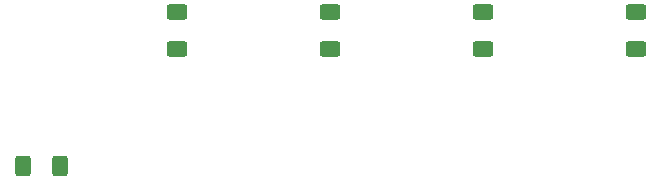
<source format=gbr>
%TF.GenerationSoftware,KiCad,Pcbnew,8.0.4*%
%TF.CreationDate,2024-08-03T03:01:38-04:00*%
%TF.ProjectId,esp32-node-board-40x65_telemetry,65737033-322d-46e6-9f64-652d626f6172,rev?*%
%TF.SameCoordinates,Original*%
%TF.FileFunction,Paste,Bot*%
%TF.FilePolarity,Positive*%
%FSLAX46Y46*%
G04 Gerber Fmt 4.6, Leading zero omitted, Abs format (unit mm)*
G04 Created by KiCad (PCBNEW 8.0.4) date 2024-08-03 03:01:38*
%MOMM*%
%LPD*%
G01*
G04 APERTURE LIST*
G04 Aperture macros list*
%AMRoundRect*
0 Rectangle with rounded corners*
0 $1 Rounding radius*
0 $2 $3 $4 $5 $6 $7 $8 $9 X,Y pos of 4 corners*
0 Add a 4 corners polygon primitive as box body*
4,1,4,$2,$3,$4,$5,$6,$7,$8,$9,$2,$3,0*
0 Add four circle primitives for the rounded corners*
1,1,$1+$1,$2,$3*
1,1,$1+$1,$4,$5*
1,1,$1+$1,$6,$7*
1,1,$1+$1,$8,$9*
0 Add four rect primitives between the rounded corners*
20,1,$1+$1,$2,$3,$4,$5,0*
20,1,$1+$1,$4,$5,$6,$7,0*
20,1,$1+$1,$6,$7,$8,$9,0*
20,1,$1+$1,$8,$9,$2,$3,0*%
G04 Aperture macros list end*
%ADD10RoundRect,0.250000X0.400000X0.625000X-0.400000X0.625000X-0.400000X-0.625000X0.400000X-0.625000X0*%
%ADD11RoundRect,0.250000X-0.625000X0.400000X-0.625000X-0.400000X0.625000X-0.400000X0.625000X0.400000X0*%
G04 APERTURE END LIST*
D10*
%TO.C,R5*%
X85350000Y-97150000D03*
X82250000Y-97150000D03*
%TD*%
D11*
%TO.C,R1*%
X134098251Y-84100000D03*
X134098251Y-87200000D03*
%TD*%
%TO.C,R2*%
X121155890Y-84100000D03*
X121155890Y-87200000D03*
%TD*%
%TO.C,R4*%
X95271178Y-84100000D03*
X95271178Y-87200000D03*
%TD*%
%TO.C,R3*%
X108213534Y-84100000D03*
X108213534Y-87200000D03*
%TD*%
M02*

</source>
